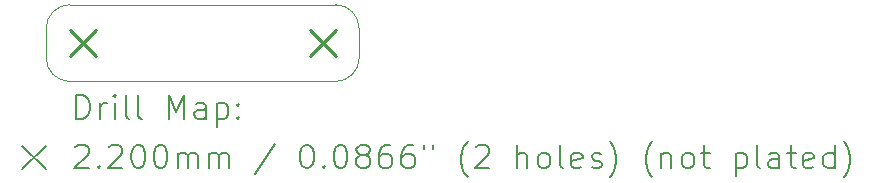
<source format=gbr>
%TF.GenerationSoftware,KiCad,Pcbnew,7.0.6*%
%TF.CreationDate,2023-11-30T14:11:27-08:00*%
%TF.ProjectId,ReflectiveSensor,5265666c-6563-4746-9976-6553656e736f,rev?*%
%TF.SameCoordinates,Original*%
%TF.FileFunction,Drillmap*%
%TF.FilePolarity,Positive*%
%FSLAX45Y45*%
G04 Gerber Fmt 4.5, Leading zero omitted, Abs format (unit mm)*
G04 Created by KiCad (PCBNEW 7.0.6) date 2023-11-30 14:11:27*
%MOMM*%
%LPD*%
G01*
G04 APERTURE LIST*
%ADD10C,0.100000*%
%ADD11C,0.200000*%
%ADD12C,0.220000*%
G04 APERTURE END LIST*
D10*
X33847500Y-20035000D02*
G75*
G03*
X34047500Y-20235000I200000J0D01*
G01*
X36297500Y-20235000D02*
G75*
G03*
X36497500Y-20035000I0J200000D01*
G01*
X36297500Y-20235000D02*
X34047500Y-20235000D01*
X34047500Y-19585000D02*
G75*
G03*
X33847500Y-19785000I0J-200000D01*
G01*
X33847500Y-20035000D02*
X33847500Y-19785000D01*
X36497500Y-19785000D02*
G75*
G03*
X36297500Y-19585000I-200000J0D01*
G01*
X36497500Y-19785000D02*
X36497500Y-20035000D01*
X34047500Y-19585000D02*
X36297500Y-19585000D01*
D11*
D12*
X34052500Y-19800000D02*
X34272500Y-20020000D01*
X34272500Y-19800000D02*
X34052500Y-20020000D01*
X36077500Y-19797500D02*
X36297500Y-20017500D01*
X36297500Y-19797500D02*
X36077500Y-20017500D01*
D11*
X34103277Y-20551484D02*
X34103277Y-20351484D01*
X34103277Y-20351484D02*
X34150896Y-20351484D01*
X34150896Y-20351484D02*
X34179467Y-20361008D01*
X34179467Y-20361008D02*
X34198515Y-20380055D01*
X34198515Y-20380055D02*
X34208039Y-20399103D01*
X34208039Y-20399103D02*
X34217563Y-20437198D01*
X34217563Y-20437198D02*
X34217563Y-20465770D01*
X34217563Y-20465770D02*
X34208039Y-20503865D01*
X34208039Y-20503865D02*
X34198515Y-20522912D01*
X34198515Y-20522912D02*
X34179467Y-20541960D01*
X34179467Y-20541960D02*
X34150896Y-20551484D01*
X34150896Y-20551484D02*
X34103277Y-20551484D01*
X34303277Y-20551484D02*
X34303277Y-20418150D01*
X34303277Y-20456246D02*
X34312801Y-20437198D01*
X34312801Y-20437198D02*
X34322324Y-20427674D01*
X34322324Y-20427674D02*
X34341372Y-20418150D01*
X34341372Y-20418150D02*
X34360420Y-20418150D01*
X34427086Y-20551484D02*
X34427086Y-20418150D01*
X34427086Y-20351484D02*
X34417563Y-20361008D01*
X34417563Y-20361008D02*
X34427086Y-20370531D01*
X34427086Y-20370531D02*
X34436610Y-20361008D01*
X34436610Y-20361008D02*
X34427086Y-20351484D01*
X34427086Y-20351484D02*
X34427086Y-20370531D01*
X34550896Y-20551484D02*
X34531848Y-20541960D01*
X34531848Y-20541960D02*
X34522324Y-20522912D01*
X34522324Y-20522912D02*
X34522324Y-20351484D01*
X34655658Y-20551484D02*
X34636610Y-20541960D01*
X34636610Y-20541960D02*
X34627086Y-20522912D01*
X34627086Y-20522912D02*
X34627086Y-20351484D01*
X34884229Y-20551484D02*
X34884229Y-20351484D01*
X34884229Y-20351484D02*
X34950896Y-20494341D01*
X34950896Y-20494341D02*
X35017563Y-20351484D01*
X35017563Y-20351484D02*
X35017563Y-20551484D01*
X35198515Y-20551484D02*
X35198515Y-20446722D01*
X35198515Y-20446722D02*
X35188991Y-20427674D01*
X35188991Y-20427674D02*
X35169944Y-20418150D01*
X35169944Y-20418150D02*
X35131848Y-20418150D01*
X35131848Y-20418150D02*
X35112801Y-20427674D01*
X35198515Y-20541960D02*
X35179467Y-20551484D01*
X35179467Y-20551484D02*
X35131848Y-20551484D01*
X35131848Y-20551484D02*
X35112801Y-20541960D01*
X35112801Y-20541960D02*
X35103277Y-20522912D01*
X35103277Y-20522912D02*
X35103277Y-20503865D01*
X35103277Y-20503865D02*
X35112801Y-20484817D01*
X35112801Y-20484817D02*
X35131848Y-20475293D01*
X35131848Y-20475293D02*
X35179467Y-20475293D01*
X35179467Y-20475293D02*
X35198515Y-20465770D01*
X35293753Y-20418150D02*
X35293753Y-20618150D01*
X35293753Y-20427674D02*
X35312801Y-20418150D01*
X35312801Y-20418150D02*
X35350896Y-20418150D01*
X35350896Y-20418150D02*
X35369944Y-20427674D01*
X35369944Y-20427674D02*
X35379467Y-20437198D01*
X35379467Y-20437198D02*
X35388991Y-20456246D01*
X35388991Y-20456246D02*
X35388991Y-20513389D01*
X35388991Y-20513389D02*
X35379467Y-20532436D01*
X35379467Y-20532436D02*
X35369944Y-20541960D01*
X35369944Y-20541960D02*
X35350896Y-20551484D01*
X35350896Y-20551484D02*
X35312801Y-20551484D01*
X35312801Y-20551484D02*
X35293753Y-20541960D01*
X35474705Y-20532436D02*
X35484229Y-20541960D01*
X35484229Y-20541960D02*
X35474705Y-20551484D01*
X35474705Y-20551484D02*
X35465182Y-20541960D01*
X35465182Y-20541960D02*
X35474705Y-20532436D01*
X35474705Y-20532436D02*
X35474705Y-20551484D01*
X35474705Y-20427674D02*
X35484229Y-20437198D01*
X35484229Y-20437198D02*
X35474705Y-20446722D01*
X35474705Y-20446722D02*
X35465182Y-20437198D01*
X35465182Y-20437198D02*
X35474705Y-20427674D01*
X35474705Y-20427674D02*
X35474705Y-20446722D01*
X33642500Y-20780000D02*
X33842500Y-20980000D01*
X33842500Y-20780000D02*
X33642500Y-20980000D01*
X34093753Y-20790531D02*
X34103277Y-20781008D01*
X34103277Y-20781008D02*
X34122324Y-20771484D01*
X34122324Y-20771484D02*
X34169944Y-20771484D01*
X34169944Y-20771484D02*
X34188991Y-20781008D01*
X34188991Y-20781008D02*
X34198515Y-20790531D01*
X34198515Y-20790531D02*
X34208039Y-20809579D01*
X34208039Y-20809579D02*
X34208039Y-20828627D01*
X34208039Y-20828627D02*
X34198515Y-20857198D01*
X34198515Y-20857198D02*
X34084229Y-20971484D01*
X34084229Y-20971484D02*
X34208039Y-20971484D01*
X34293753Y-20952436D02*
X34303277Y-20961960D01*
X34303277Y-20961960D02*
X34293753Y-20971484D01*
X34293753Y-20971484D02*
X34284229Y-20961960D01*
X34284229Y-20961960D02*
X34293753Y-20952436D01*
X34293753Y-20952436D02*
X34293753Y-20971484D01*
X34379467Y-20790531D02*
X34388991Y-20781008D01*
X34388991Y-20781008D02*
X34408039Y-20771484D01*
X34408039Y-20771484D02*
X34455658Y-20771484D01*
X34455658Y-20771484D02*
X34474705Y-20781008D01*
X34474705Y-20781008D02*
X34484229Y-20790531D01*
X34484229Y-20790531D02*
X34493753Y-20809579D01*
X34493753Y-20809579D02*
X34493753Y-20828627D01*
X34493753Y-20828627D02*
X34484229Y-20857198D01*
X34484229Y-20857198D02*
X34369944Y-20971484D01*
X34369944Y-20971484D02*
X34493753Y-20971484D01*
X34617563Y-20771484D02*
X34636610Y-20771484D01*
X34636610Y-20771484D02*
X34655658Y-20781008D01*
X34655658Y-20781008D02*
X34665182Y-20790531D01*
X34665182Y-20790531D02*
X34674705Y-20809579D01*
X34674705Y-20809579D02*
X34684229Y-20847674D01*
X34684229Y-20847674D02*
X34684229Y-20895293D01*
X34684229Y-20895293D02*
X34674705Y-20933389D01*
X34674705Y-20933389D02*
X34665182Y-20952436D01*
X34665182Y-20952436D02*
X34655658Y-20961960D01*
X34655658Y-20961960D02*
X34636610Y-20971484D01*
X34636610Y-20971484D02*
X34617563Y-20971484D01*
X34617563Y-20971484D02*
X34598515Y-20961960D01*
X34598515Y-20961960D02*
X34588991Y-20952436D01*
X34588991Y-20952436D02*
X34579467Y-20933389D01*
X34579467Y-20933389D02*
X34569944Y-20895293D01*
X34569944Y-20895293D02*
X34569944Y-20847674D01*
X34569944Y-20847674D02*
X34579467Y-20809579D01*
X34579467Y-20809579D02*
X34588991Y-20790531D01*
X34588991Y-20790531D02*
X34598515Y-20781008D01*
X34598515Y-20781008D02*
X34617563Y-20771484D01*
X34808039Y-20771484D02*
X34827086Y-20771484D01*
X34827086Y-20771484D02*
X34846134Y-20781008D01*
X34846134Y-20781008D02*
X34855658Y-20790531D01*
X34855658Y-20790531D02*
X34865182Y-20809579D01*
X34865182Y-20809579D02*
X34874705Y-20847674D01*
X34874705Y-20847674D02*
X34874705Y-20895293D01*
X34874705Y-20895293D02*
X34865182Y-20933389D01*
X34865182Y-20933389D02*
X34855658Y-20952436D01*
X34855658Y-20952436D02*
X34846134Y-20961960D01*
X34846134Y-20961960D02*
X34827086Y-20971484D01*
X34827086Y-20971484D02*
X34808039Y-20971484D01*
X34808039Y-20971484D02*
X34788991Y-20961960D01*
X34788991Y-20961960D02*
X34779467Y-20952436D01*
X34779467Y-20952436D02*
X34769944Y-20933389D01*
X34769944Y-20933389D02*
X34760420Y-20895293D01*
X34760420Y-20895293D02*
X34760420Y-20847674D01*
X34760420Y-20847674D02*
X34769944Y-20809579D01*
X34769944Y-20809579D02*
X34779467Y-20790531D01*
X34779467Y-20790531D02*
X34788991Y-20781008D01*
X34788991Y-20781008D02*
X34808039Y-20771484D01*
X34960420Y-20971484D02*
X34960420Y-20838150D01*
X34960420Y-20857198D02*
X34969944Y-20847674D01*
X34969944Y-20847674D02*
X34988991Y-20838150D01*
X34988991Y-20838150D02*
X35017563Y-20838150D01*
X35017563Y-20838150D02*
X35036610Y-20847674D01*
X35036610Y-20847674D02*
X35046134Y-20866722D01*
X35046134Y-20866722D02*
X35046134Y-20971484D01*
X35046134Y-20866722D02*
X35055658Y-20847674D01*
X35055658Y-20847674D02*
X35074705Y-20838150D01*
X35074705Y-20838150D02*
X35103277Y-20838150D01*
X35103277Y-20838150D02*
X35122325Y-20847674D01*
X35122325Y-20847674D02*
X35131848Y-20866722D01*
X35131848Y-20866722D02*
X35131848Y-20971484D01*
X35227086Y-20971484D02*
X35227086Y-20838150D01*
X35227086Y-20857198D02*
X35236610Y-20847674D01*
X35236610Y-20847674D02*
X35255658Y-20838150D01*
X35255658Y-20838150D02*
X35284229Y-20838150D01*
X35284229Y-20838150D02*
X35303277Y-20847674D01*
X35303277Y-20847674D02*
X35312801Y-20866722D01*
X35312801Y-20866722D02*
X35312801Y-20971484D01*
X35312801Y-20866722D02*
X35322325Y-20847674D01*
X35322325Y-20847674D02*
X35341372Y-20838150D01*
X35341372Y-20838150D02*
X35369944Y-20838150D01*
X35369944Y-20838150D02*
X35388991Y-20847674D01*
X35388991Y-20847674D02*
X35398515Y-20866722D01*
X35398515Y-20866722D02*
X35398515Y-20971484D01*
X35788991Y-20761960D02*
X35617563Y-21019103D01*
X36046134Y-20771484D02*
X36065182Y-20771484D01*
X36065182Y-20771484D02*
X36084229Y-20781008D01*
X36084229Y-20781008D02*
X36093753Y-20790531D01*
X36093753Y-20790531D02*
X36103277Y-20809579D01*
X36103277Y-20809579D02*
X36112801Y-20847674D01*
X36112801Y-20847674D02*
X36112801Y-20895293D01*
X36112801Y-20895293D02*
X36103277Y-20933389D01*
X36103277Y-20933389D02*
X36093753Y-20952436D01*
X36093753Y-20952436D02*
X36084229Y-20961960D01*
X36084229Y-20961960D02*
X36065182Y-20971484D01*
X36065182Y-20971484D02*
X36046134Y-20971484D01*
X36046134Y-20971484D02*
X36027087Y-20961960D01*
X36027087Y-20961960D02*
X36017563Y-20952436D01*
X36017563Y-20952436D02*
X36008039Y-20933389D01*
X36008039Y-20933389D02*
X35998515Y-20895293D01*
X35998515Y-20895293D02*
X35998515Y-20847674D01*
X35998515Y-20847674D02*
X36008039Y-20809579D01*
X36008039Y-20809579D02*
X36017563Y-20790531D01*
X36017563Y-20790531D02*
X36027087Y-20781008D01*
X36027087Y-20781008D02*
X36046134Y-20771484D01*
X36198515Y-20952436D02*
X36208039Y-20961960D01*
X36208039Y-20961960D02*
X36198515Y-20971484D01*
X36198515Y-20971484D02*
X36188991Y-20961960D01*
X36188991Y-20961960D02*
X36198515Y-20952436D01*
X36198515Y-20952436D02*
X36198515Y-20971484D01*
X36331848Y-20771484D02*
X36350896Y-20771484D01*
X36350896Y-20771484D02*
X36369944Y-20781008D01*
X36369944Y-20781008D02*
X36379468Y-20790531D01*
X36379468Y-20790531D02*
X36388991Y-20809579D01*
X36388991Y-20809579D02*
X36398515Y-20847674D01*
X36398515Y-20847674D02*
X36398515Y-20895293D01*
X36398515Y-20895293D02*
X36388991Y-20933389D01*
X36388991Y-20933389D02*
X36379468Y-20952436D01*
X36379468Y-20952436D02*
X36369944Y-20961960D01*
X36369944Y-20961960D02*
X36350896Y-20971484D01*
X36350896Y-20971484D02*
X36331848Y-20971484D01*
X36331848Y-20971484D02*
X36312801Y-20961960D01*
X36312801Y-20961960D02*
X36303277Y-20952436D01*
X36303277Y-20952436D02*
X36293753Y-20933389D01*
X36293753Y-20933389D02*
X36284229Y-20895293D01*
X36284229Y-20895293D02*
X36284229Y-20847674D01*
X36284229Y-20847674D02*
X36293753Y-20809579D01*
X36293753Y-20809579D02*
X36303277Y-20790531D01*
X36303277Y-20790531D02*
X36312801Y-20781008D01*
X36312801Y-20781008D02*
X36331848Y-20771484D01*
X36512801Y-20857198D02*
X36493753Y-20847674D01*
X36493753Y-20847674D02*
X36484229Y-20838150D01*
X36484229Y-20838150D02*
X36474706Y-20819103D01*
X36474706Y-20819103D02*
X36474706Y-20809579D01*
X36474706Y-20809579D02*
X36484229Y-20790531D01*
X36484229Y-20790531D02*
X36493753Y-20781008D01*
X36493753Y-20781008D02*
X36512801Y-20771484D01*
X36512801Y-20771484D02*
X36550896Y-20771484D01*
X36550896Y-20771484D02*
X36569944Y-20781008D01*
X36569944Y-20781008D02*
X36579468Y-20790531D01*
X36579468Y-20790531D02*
X36588991Y-20809579D01*
X36588991Y-20809579D02*
X36588991Y-20819103D01*
X36588991Y-20819103D02*
X36579468Y-20838150D01*
X36579468Y-20838150D02*
X36569944Y-20847674D01*
X36569944Y-20847674D02*
X36550896Y-20857198D01*
X36550896Y-20857198D02*
X36512801Y-20857198D01*
X36512801Y-20857198D02*
X36493753Y-20866722D01*
X36493753Y-20866722D02*
X36484229Y-20876246D01*
X36484229Y-20876246D02*
X36474706Y-20895293D01*
X36474706Y-20895293D02*
X36474706Y-20933389D01*
X36474706Y-20933389D02*
X36484229Y-20952436D01*
X36484229Y-20952436D02*
X36493753Y-20961960D01*
X36493753Y-20961960D02*
X36512801Y-20971484D01*
X36512801Y-20971484D02*
X36550896Y-20971484D01*
X36550896Y-20971484D02*
X36569944Y-20961960D01*
X36569944Y-20961960D02*
X36579468Y-20952436D01*
X36579468Y-20952436D02*
X36588991Y-20933389D01*
X36588991Y-20933389D02*
X36588991Y-20895293D01*
X36588991Y-20895293D02*
X36579468Y-20876246D01*
X36579468Y-20876246D02*
X36569944Y-20866722D01*
X36569944Y-20866722D02*
X36550896Y-20857198D01*
X36760420Y-20771484D02*
X36722325Y-20771484D01*
X36722325Y-20771484D02*
X36703277Y-20781008D01*
X36703277Y-20781008D02*
X36693753Y-20790531D01*
X36693753Y-20790531D02*
X36674706Y-20819103D01*
X36674706Y-20819103D02*
X36665182Y-20857198D01*
X36665182Y-20857198D02*
X36665182Y-20933389D01*
X36665182Y-20933389D02*
X36674706Y-20952436D01*
X36674706Y-20952436D02*
X36684229Y-20961960D01*
X36684229Y-20961960D02*
X36703277Y-20971484D01*
X36703277Y-20971484D02*
X36741372Y-20971484D01*
X36741372Y-20971484D02*
X36760420Y-20961960D01*
X36760420Y-20961960D02*
X36769944Y-20952436D01*
X36769944Y-20952436D02*
X36779468Y-20933389D01*
X36779468Y-20933389D02*
X36779468Y-20885770D01*
X36779468Y-20885770D02*
X36769944Y-20866722D01*
X36769944Y-20866722D02*
X36760420Y-20857198D01*
X36760420Y-20857198D02*
X36741372Y-20847674D01*
X36741372Y-20847674D02*
X36703277Y-20847674D01*
X36703277Y-20847674D02*
X36684229Y-20857198D01*
X36684229Y-20857198D02*
X36674706Y-20866722D01*
X36674706Y-20866722D02*
X36665182Y-20885770D01*
X36950896Y-20771484D02*
X36912801Y-20771484D01*
X36912801Y-20771484D02*
X36893753Y-20781008D01*
X36893753Y-20781008D02*
X36884229Y-20790531D01*
X36884229Y-20790531D02*
X36865182Y-20819103D01*
X36865182Y-20819103D02*
X36855658Y-20857198D01*
X36855658Y-20857198D02*
X36855658Y-20933389D01*
X36855658Y-20933389D02*
X36865182Y-20952436D01*
X36865182Y-20952436D02*
X36874706Y-20961960D01*
X36874706Y-20961960D02*
X36893753Y-20971484D01*
X36893753Y-20971484D02*
X36931849Y-20971484D01*
X36931849Y-20971484D02*
X36950896Y-20961960D01*
X36950896Y-20961960D02*
X36960420Y-20952436D01*
X36960420Y-20952436D02*
X36969944Y-20933389D01*
X36969944Y-20933389D02*
X36969944Y-20885770D01*
X36969944Y-20885770D02*
X36960420Y-20866722D01*
X36960420Y-20866722D02*
X36950896Y-20857198D01*
X36950896Y-20857198D02*
X36931849Y-20847674D01*
X36931849Y-20847674D02*
X36893753Y-20847674D01*
X36893753Y-20847674D02*
X36874706Y-20857198D01*
X36874706Y-20857198D02*
X36865182Y-20866722D01*
X36865182Y-20866722D02*
X36855658Y-20885770D01*
X37046134Y-20771484D02*
X37046134Y-20809579D01*
X37122325Y-20771484D02*
X37122325Y-20809579D01*
X37417563Y-21047674D02*
X37408039Y-21038150D01*
X37408039Y-21038150D02*
X37388991Y-21009579D01*
X37388991Y-21009579D02*
X37379468Y-20990531D01*
X37379468Y-20990531D02*
X37369944Y-20961960D01*
X37369944Y-20961960D02*
X37360420Y-20914341D01*
X37360420Y-20914341D02*
X37360420Y-20876246D01*
X37360420Y-20876246D02*
X37369944Y-20828627D01*
X37369944Y-20828627D02*
X37379468Y-20800055D01*
X37379468Y-20800055D02*
X37388991Y-20781008D01*
X37388991Y-20781008D02*
X37408039Y-20752436D01*
X37408039Y-20752436D02*
X37417563Y-20742912D01*
X37484230Y-20790531D02*
X37493753Y-20781008D01*
X37493753Y-20781008D02*
X37512801Y-20771484D01*
X37512801Y-20771484D02*
X37560420Y-20771484D01*
X37560420Y-20771484D02*
X37579468Y-20781008D01*
X37579468Y-20781008D02*
X37588991Y-20790531D01*
X37588991Y-20790531D02*
X37598515Y-20809579D01*
X37598515Y-20809579D02*
X37598515Y-20828627D01*
X37598515Y-20828627D02*
X37588991Y-20857198D01*
X37588991Y-20857198D02*
X37474706Y-20971484D01*
X37474706Y-20971484D02*
X37598515Y-20971484D01*
X37836611Y-20971484D02*
X37836611Y-20771484D01*
X37922325Y-20971484D02*
X37922325Y-20866722D01*
X37922325Y-20866722D02*
X37912801Y-20847674D01*
X37912801Y-20847674D02*
X37893753Y-20838150D01*
X37893753Y-20838150D02*
X37865182Y-20838150D01*
X37865182Y-20838150D02*
X37846134Y-20847674D01*
X37846134Y-20847674D02*
X37836611Y-20857198D01*
X38046134Y-20971484D02*
X38027087Y-20961960D01*
X38027087Y-20961960D02*
X38017563Y-20952436D01*
X38017563Y-20952436D02*
X38008039Y-20933389D01*
X38008039Y-20933389D02*
X38008039Y-20876246D01*
X38008039Y-20876246D02*
X38017563Y-20857198D01*
X38017563Y-20857198D02*
X38027087Y-20847674D01*
X38027087Y-20847674D02*
X38046134Y-20838150D01*
X38046134Y-20838150D02*
X38074706Y-20838150D01*
X38074706Y-20838150D02*
X38093753Y-20847674D01*
X38093753Y-20847674D02*
X38103277Y-20857198D01*
X38103277Y-20857198D02*
X38112801Y-20876246D01*
X38112801Y-20876246D02*
X38112801Y-20933389D01*
X38112801Y-20933389D02*
X38103277Y-20952436D01*
X38103277Y-20952436D02*
X38093753Y-20961960D01*
X38093753Y-20961960D02*
X38074706Y-20971484D01*
X38074706Y-20971484D02*
X38046134Y-20971484D01*
X38227087Y-20971484D02*
X38208039Y-20961960D01*
X38208039Y-20961960D02*
X38198515Y-20942912D01*
X38198515Y-20942912D02*
X38198515Y-20771484D01*
X38379468Y-20961960D02*
X38360420Y-20971484D01*
X38360420Y-20971484D02*
X38322325Y-20971484D01*
X38322325Y-20971484D02*
X38303277Y-20961960D01*
X38303277Y-20961960D02*
X38293753Y-20942912D01*
X38293753Y-20942912D02*
X38293753Y-20866722D01*
X38293753Y-20866722D02*
X38303277Y-20847674D01*
X38303277Y-20847674D02*
X38322325Y-20838150D01*
X38322325Y-20838150D02*
X38360420Y-20838150D01*
X38360420Y-20838150D02*
X38379468Y-20847674D01*
X38379468Y-20847674D02*
X38388992Y-20866722D01*
X38388992Y-20866722D02*
X38388992Y-20885770D01*
X38388992Y-20885770D02*
X38293753Y-20904817D01*
X38465182Y-20961960D02*
X38484230Y-20971484D01*
X38484230Y-20971484D02*
X38522325Y-20971484D01*
X38522325Y-20971484D02*
X38541373Y-20961960D01*
X38541373Y-20961960D02*
X38550896Y-20942912D01*
X38550896Y-20942912D02*
X38550896Y-20933389D01*
X38550896Y-20933389D02*
X38541373Y-20914341D01*
X38541373Y-20914341D02*
X38522325Y-20904817D01*
X38522325Y-20904817D02*
X38493753Y-20904817D01*
X38493753Y-20904817D02*
X38474706Y-20895293D01*
X38474706Y-20895293D02*
X38465182Y-20876246D01*
X38465182Y-20876246D02*
X38465182Y-20866722D01*
X38465182Y-20866722D02*
X38474706Y-20847674D01*
X38474706Y-20847674D02*
X38493753Y-20838150D01*
X38493753Y-20838150D02*
X38522325Y-20838150D01*
X38522325Y-20838150D02*
X38541373Y-20847674D01*
X38617563Y-21047674D02*
X38627087Y-21038150D01*
X38627087Y-21038150D02*
X38646134Y-21009579D01*
X38646134Y-21009579D02*
X38655658Y-20990531D01*
X38655658Y-20990531D02*
X38665182Y-20961960D01*
X38665182Y-20961960D02*
X38674706Y-20914341D01*
X38674706Y-20914341D02*
X38674706Y-20876246D01*
X38674706Y-20876246D02*
X38665182Y-20828627D01*
X38665182Y-20828627D02*
X38655658Y-20800055D01*
X38655658Y-20800055D02*
X38646134Y-20781008D01*
X38646134Y-20781008D02*
X38627087Y-20752436D01*
X38627087Y-20752436D02*
X38617563Y-20742912D01*
X38979468Y-21047674D02*
X38969944Y-21038150D01*
X38969944Y-21038150D02*
X38950896Y-21009579D01*
X38950896Y-21009579D02*
X38941373Y-20990531D01*
X38941373Y-20990531D02*
X38931849Y-20961960D01*
X38931849Y-20961960D02*
X38922325Y-20914341D01*
X38922325Y-20914341D02*
X38922325Y-20876246D01*
X38922325Y-20876246D02*
X38931849Y-20828627D01*
X38931849Y-20828627D02*
X38941373Y-20800055D01*
X38941373Y-20800055D02*
X38950896Y-20781008D01*
X38950896Y-20781008D02*
X38969944Y-20752436D01*
X38969944Y-20752436D02*
X38979468Y-20742912D01*
X39055658Y-20838150D02*
X39055658Y-20971484D01*
X39055658Y-20857198D02*
X39065182Y-20847674D01*
X39065182Y-20847674D02*
X39084230Y-20838150D01*
X39084230Y-20838150D02*
X39112801Y-20838150D01*
X39112801Y-20838150D02*
X39131849Y-20847674D01*
X39131849Y-20847674D02*
X39141373Y-20866722D01*
X39141373Y-20866722D02*
X39141373Y-20971484D01*
X39265182Y-20971484D02*
X39246134Y-20961960D01*
X39246134Y-20961960D02*
X39236611Y-20952436D01*
X39236611Y-20952436D02*
X39227087Y-20933389D01*
X39227087Y-20933389D02*
X39227087Y-20876246D01*
X39227087Y-20876246D02*
X39236611Y-20857198D01*
X39236611Y-20857198D02*
X39246134Y-20847674D01*
X39246134Y-20847674D02*
X39265182Y-20838150D01*
X39265182Y-20838150D02*
X39293754Y-20838150D01*
X39293754Y-20838150D02*
X39312801Y-20847674D01*
X39312801Y-20847674D02*
X39322325Y-20857198D01*
X39322325Y-20857198D02*
X39331849Y-20876246D01*
X39331849Y-20876246D02*
X39331849Y-20933389D01*
X39331849Y-20933389D02*
X39322325Y-20952436D01*
X39322325Y-20952436D02*
X39312801Y-20961960D01*
X39312801Y-20961960D02*
X39293754Y-20971484D01*
X39293754Y-20971484D02*
X39265182Y-20971484D01*
X39388992Y-20838150D02*
X39465182Y-20838150D01*
X39417563Y-20771484D02*
X39417563Y-20942912D01*
X39417563Y-20942912D02*
X39427087Y-20961960D01*
X39427087Y-20961960D02*
X39446134Y-20971484D01*
X39446134Y-20971484D02*
X39465182Y-20971484D01*
X39684230Y-20838150D02*
X39684230Y-21038150D01*
X39684230Y-20847674D02*
X39703277Y-20838150D01*
X39703277Y-20838150D02*
X39741373Y-20838150D01*
X39741373Y-20838150D02*
X39760420Y-20847674D01*
X39760420Y-20847674D02*
X39769944Y-20857198D01*
X39769944Y-20857198D02*
X39779468Y-20876246D01*
X39779468Y-20876246D02*
X39779468Y-20933389D01*
X39779468Y-20933389D02*
X39769944Y-20952436D01*
X39769944Y-20952436D02*
X39760420Y-20961960D01*
X39760420Y-20961960D02*
X39741373Y-20971484D01*
X39741373Y-20971484D02*
X39703277Y-20971484D01*
X39703277Y-20971484D02*
X39684230Y-20961960D01*
X39893754Y-20971484D02*
X39874706Y-20961960D01*
X39874706Y-20961960D02*
X39865182Y-20942912D01*
X39865182Y-20942912D02*
X39865182Y-20771484D01*
X40055658Y-20971484D02*
X40055658Y-20866722D01*
X40055658Y-20866722D02*
X40046135Y-20847674D01*
X40046135Y-20847674D02*
X40027087Y-20838150D01*
X40027087Y-20838150D02*
X39988992Y-20838150D01*
X39988992Y-20838150D02*
X39969944Y-20847674D01*
X40055658Y-20961960D02*
X40036611Y-20971484D01*
X40036611Y-20971484D02*
X39988992Y-20971484D01*
X39988992Y-20971484D02*
X39969944Y-20961960D01*
X39969944Y-20961960D02*
X39960420Y-20942912D01*
X39960420Y-20942912D02*
X39960420Y-20923865D01*
X39960420Y-20923865D02*
X39969944Y-20904817D01*
X39969944Y-20904817D02*
X39988992Y-20895293D01*
X39988992Y-20895293D02*
X40036611Y-20895293D01*
X40036611Y-20895293D02*
X40055658Y-20885770D01*
X40122325Y-20838150D02*
X40198515Y-20838150D01*
X40150896Y-20771484D02*
X40150896Y-20942912D01*
X40150896Y-20942912D02*
X40160420Y-20961960D01*
X40160420Y-20961960D02*
X40179468Y-20971484D01*
X40179468Y-20971484D02*
X40198515Y-20971484D01*
X40341373Y-20961960D02*
X40322325Y-20971484D01*
X40322325Y-20971484D02*
X40284230Y-20971484D01*
X40284230Y-20971484D02*
X40265182Y-20961960D01*
X40265182Y-20961960D02*
X40255658Y-20942912D01*
X40255658Y-20942912D02*
X40255658Y-20866722D01*
X40255658Y-20866722D02*
X40265182Y-20847674D01*
X40265182Y-20847674D02*
X40284230Y-20838150D01*
X40284230Y-20838150D02*
X40322325Y-20838150D01*
X40322325Y-20838150D02*
X40341373Y-20847674D01*
X40341373Y-20847674D02*
X40350896Y-20866722D01*
X40350896Y-20866722D02*
X40350896Y-20885770D01*
X40350896Y-20885770D02*
X40255658Y-20904817D01*
X40522325Y-20971484D02*
X40522325Y-20771484D01*
X40522325Y-20961960D02*
X40503277Y-20971484D01*
X40503277Y-20971484D02*
X40465182Y-20971484D01*
X40465182Y-20971484D02*
X40446135Y-20961960D01*
X40446135Y-20961960D02*
X40436611Y-20952436D01*
X40436611Y-20952436D02*
X40427087Y-20933389D01*
X40427087Y-20933389D02*
X40427087Y-20876246D01*
X40427087Y-20876246D02*
X40436611Y-20857198D01*
X40436611Y-20857198D02*
X40446135Y-20847674D01*
X40446135Y-20847674D02*
X40465182Y-20838150D01*
X40465182Y-20838150D02*
X40503277Y-20838150D01*
X40503277Y-20838150D02*
X40522325Y-20847674D01*
X40598516Y-21047674D02*
X40608039Y-21038150D01*
X40608039Y-21038150D02*
X40627087Y-21009579D01*
X40627087Y-21009579D02*
X40636611Y-20990531D01*
X40636611Y-20990531D02*
X40646135Y-20961960D01*
X40646135Y-20961960D02*
X40655658Y-20914341D01*
X40655658Y-20914341D02*
X40655658Y-20876246D01*
X40655658Y-20876246D02*
X40646135Y-20828627D01*
X40646135Y-20828627D02*
X40636611Y-20800055D01*
X40636611Y-20800055D02*
X40627087Y-20781008D01*
X40627087Y-20781008D02*
X40608039Y-20752436D01*
X40608039Y-20752436D02*
X40598516Y-20742912D01*
M02*

</source>
